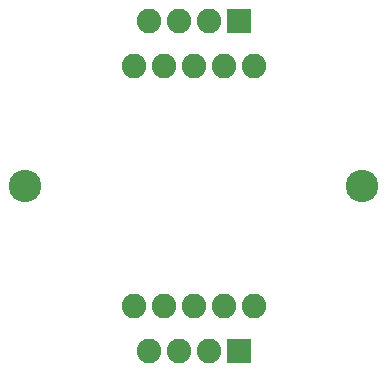
<source format=gbs>
G75*
G70*
%OFA0B0*%
%FSLAX24Y24*%
%IPPOS*%
%LPD*%
%AMOC8*
5,1,8,0,0,1.08239X$1,22.5*
%
%ADD10C,0.1080*%
%ADD11C,0.0820*%
%ADD12R,0.0820X0.0820*%
D10*
X022890Y028000D03*
X034110Y028000D03*
D11*
X027000Y022500D03*
X028000Y022500D03*
X029000Y022500D03*
X028500Y024000D03*
X027500Y024000D03*
X026500Y024000D03*
X029500Y024000D03*
X030500Y024000D03*
X030500Y032000D03*
X029500Y032000D03*
X028500Y032000D03*
X027500Y032000D03*
X026500Y032000D03*
X027000Y033500D03*
X028000Y033500D03*
X029000Y033500D03*
D12*
X030000Y033500D03*
X030000Y022500D03*
M02*

</source>
